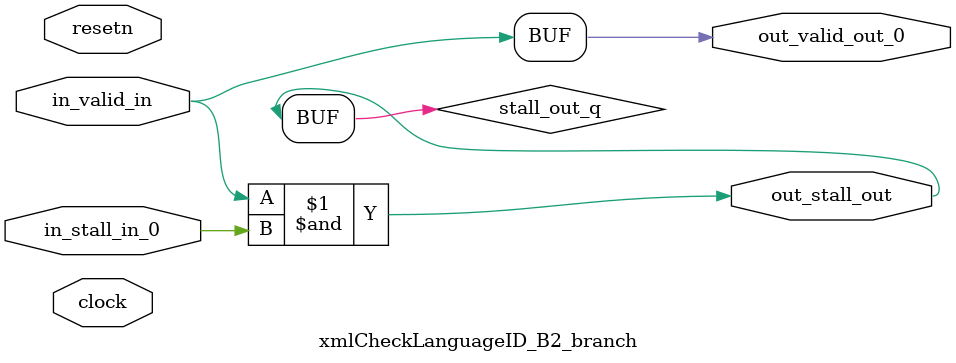
<source format=sv>



(* altera_attribute = "-name AUTO_SHIFT_REGISTER_RECOGNITION OFF; -name MESSAGE_DISABLE 10036; -name MESSAGE_DISABLE 10037; -name MESSAGE_DISABLE 14130; -name MESSAGE_DISABLE 14320; -name MESSAGE_DISABLE 15400; -name MESSAGE_DISABLE 14130; -name MESSAGE_DISABLE 10036; -name MESSAGE_DISABLE 12020; -name MESSAGE_DISABLE 12030; -name MESSAGE_DISABLE 12010; -name MESSAGE_DISABLE 12110; -name MESSAGE_DISABLE 14320; -name MESSAGE_DISABLE 13410; -name MESSAGE_DISABLE 113007; -name MESSAGE_DISABLE 10958" *)
module xmlCheckLanguageID_B2_branch (
    input wire [0:0] in_stall_in_0,
    input wire [0:0] in_valid_in,
    output wire [0:0] out_stall_out,
    output wire [0:0] out_valid_out_0,
    input wire clock,
    input wire resetn
    );

    wire [0:0] stall_out_q;


    // stall_out(LOGICAL,6)
    assign stall_out_q = in_valid_in & in_stall_in_0;

    // out_stall_out(GPOUT,4)
    assign out_stall_out = stall_out_q;

    // out_valid_out_0(GPOUT,5)
    assign out_valid_out_0 = in_valid_in;

endmodule

</source>
